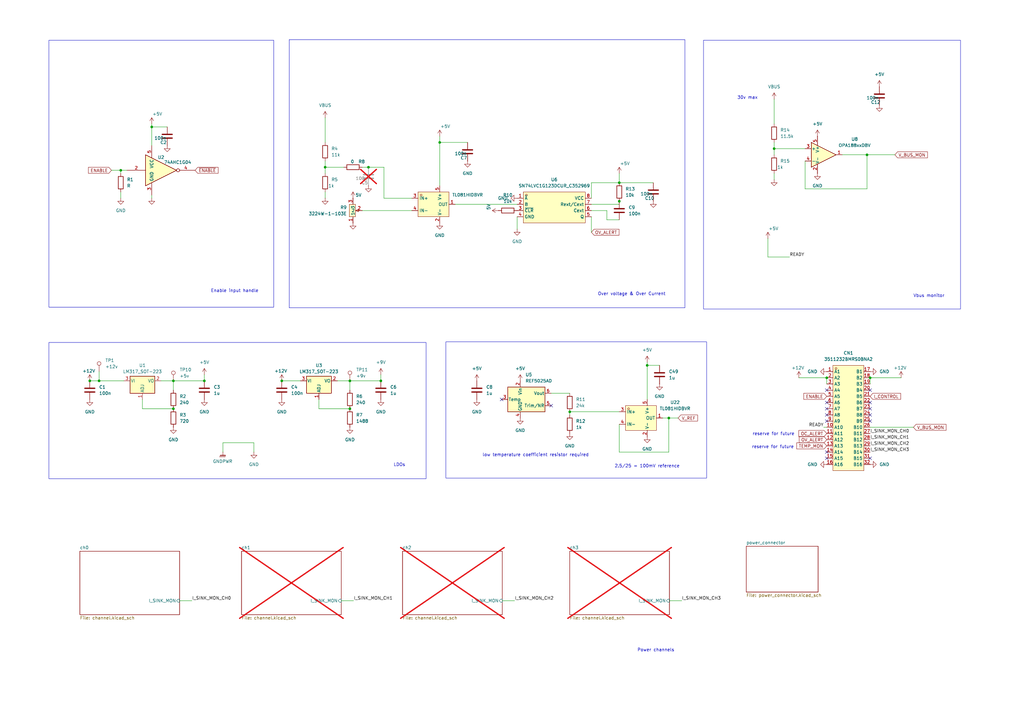
<source format=kicad_sch>
(kicad_sch (version 20250114) (generator "eeschema") (generator_version "9.0")
  (paper "A3")
  (lib_symbols
    (symbol "74xGxx:74AHC1G04"
      (property "Reference" "U" (at -2.54 3.81 0))
      (property "Value" "74AHC1G04" (at 0 -3.81 0))
      (symbol "74AHC1G04_0_1"
        (polyline (pts (xy -7.62 6.35) (xy -7.62 -6.35) (xy 5.08 0) (xy -7.62 6.35)) (stroke (width 0.254)) (fill (type background)))
      )
      (symbol "74AHC1G04_1_1"
        (pin input line (at -15.24 0 0) (length 7.62) (name "~") (number "2"))
        (pin no_connect line (at -7.62 2.54 0) (length 2.54) (hide yes) (name "NC") (number "1"))
        (pin power_in line (at -5.08 10.16 270) (length 5.08) (name "VCC") (number "5"))
        (pin power_in line (at -5.08 -10.16 90) (length 5.08) (name "GND") (number "3"))
        (pin output inverted (at 12.7 0 180) (length 7.62) (name "~") (number "4"))
      )
    )
    (symbol "Amplifier_Operational:OPA188xxDBV" (pin_names (offset 0.127))
      (property "Reference" "U" (at 0 5.08 0))
      (property "Value" "OPA188xxDBV" (at 0 -5.08 0))
      (symbol "OPA188xxDBV_0_1"
        (polyline (pts (xy -5.08 5.08) (xy 5.08 0) (xy -5.08 -5.08) (xy -5.08 5.08)) (stroke (width 0.254)) (fill (type background)))
        (pin power_in line (at -2.54 7.62 270) (length 3.81) (name "V+") (number "5"))
        (pin power_in line (at -2.54 -7.62 90) (length 3.81) (name "V-") (number "2"))
      )
      (symbol "OPA188xxDBV_1_1"
        (pin input line (at -7.62 2.54 0) (length 2.54) (name "+") (number "3"))
        (pin input line (at -7.62 -2.54 0) (length 2.54) (name "-") (number "4"))
        (pin output line (at 7.62 0 180) (length 2.54) (name "~") (number "1"))
      )
    )
    (symbol "Connector:TestPoint" (pin_numbers (hide yes)) (pin_names (offset 0.762) (hide yes))
      (property "Reference" "TP" (at 0 6.858 0))
      (property "Value" "TestPoint" (at 0 5.08 0))
      (symbol "TestPoint_0_1"
        (circle (center 0 3.302) (radius 0.762))
      )
      (symbol "TestPoint_1_1"
        (pin passive line (at 0 0 90) (length 2.54) (name "1") (number "1"))
      )
    )
    (symbol "Device:C" (pin_numbers (hide yes)) (pin_names (offset 0.254))
      (property "Reference" "C" (at 0.635 2.54 0))
      (property "Value" "C" (at 0.635 -2.54 0))
      (symbol "C_0_1"
        (polyline (pts (xy -2.032 0.762) (xy 2.032 0.762)) (stroke (width 0.508)))
        (polyline (pts (xy -2.032 -0.762) (xy 2.032 -0.762)) (stroke (width 0.508)))
      )
      (symbol "C_1_1"
        (pin passive line (at 0 3.81 270) (length 2.794) (name "~") (number "1"))
        (pin passive line (at 0 -3.81 90) (length 2.794) (name "~") (number "2"))
      )
    )
    (symbol "Device:R" (pin_numbers (hide yes)) (pin_names (offset 0))
      (property "Reference" "R" (at 2.032 0 90))
      (property "Value" "R" (at 0 0 90))
      (symbol "R_0_1"
        (rectangle (start -1.016 -2.54) (end 1.016 2.54) (stroke (width 0.254)))
      )
      (symbol "R_1_1"
        (pin passive line (at 0 3.81 270) (length 1.27) (name "~") (number "1"))
        (pin passive line (at 0 -3.81 90) (length 1.27) (name "~") (number "2"))
      )
    )
    (symbol "Reference_Voltage:REF5025AD" (pin_names (offset 0.254))
      (property "Reference" "U" (at -1.27 8.255 0))
      (property "Value" "REF5025AD" (at -1.27 6.35 0))
      (symbol "REF5025AD_0_1"
        (rectangle (start -7.62 5.08) (end 7.62 -5.08) (stroke (width 0.254)) (fill (type background)))
      )
      (symbol "REF5025AD_1_1"
        (pin passive line (at -10.16 0 0) (length 2.54) (name "Temp") (number "3"))
        (pin no_connect line (at -7.62 2.54 0) (length 2.54) (hide yes) (name "DNC") (number "1"))
        (pin no_connect line (at -5.08 -5.08 90) (length 2.54) (hide yes) (name "NC") (number "7"))
        (pin power_in line (at -2.54 7.62 270) (length 2.54) (name "Vin") (number "2"))
        (pin power_in line (at -2.54 -7.62 90) (length 2.54) (name "GND") (number "4"))
        (pin no_connect line (at 7.62 0 180) (length 2.54) (hide yes) (name "DNC") (number "8"))
        (pin power_out line (at 10.16 2.54 180) (length 2.54) (name "Vout") (number "6"))
        (pin passive line (at 10.16 -2.54 180) (length 2.54) (name "Trim/NR") (number "5"))
      )
    )
    (symbol "Regulator_Linear:LM317_SOT-223" (pin_names (offset 0.254))
      (property "Reference" "U" (at -3.81 3.175 0))
      (property "Value" "LM317_SOT-223" (at 0 3.175 0))
      (symbol "LM317_SOT-223_0_1"
        (rectangle (start -5.08 1.905) (end 5.08 -5.08) (stroke (width 0.254)) (fill (type background)))
      )
      (symbol "LM317_SOT-223_1_1"
        (pin power_in line (at -7.62 0 0) (length 2.54) (name "VI") (number "3"))
        (pin input line (at 0 -7.62 90) (length 2.54) (name "ADJ") (number "1"))
        (pin power_out line (at 7.62 0 180) (length 2.54) (name "VO") (number "2"))
      )
    )
    (symbol "TL081HIDBVR_1"
      (property "Reference" "U" (at 0 7.62 0))
      (property "Value" "TL081HIDBVR" (at 0 -7.62 0))
      (symbol "TL081HIDBVR_1_0_1"
        (rectangle (start -6.35 5.08) (end 6.35 -5.08) (fill (type background)))
        (circle (center -5.08 3.81) (radius 0.38))
        (pin unspecified line (at -8.89 2.54 0) (length 2.54) (name "IN+") (number "3"))
        (pin unspecified line (at -8.89 -2.54 0) (length 2.54) (name "IN-") (number "4"))
        (pin unspecified line (at 2.54 7.62 270) (length 2.54) (name "V+") (number "5"))
        (pin unspecified line (at 2.54 -7.62 90) (length 2.54) (name "V-") (number "2"))
        (pin unspecified line (at 8.89 0 180) (length 2.54) (name "OUT") (number "1"))
      )
    )
    (symbol "power:+5V" (power) (pin_numbers (hide yes)) (pin_names (offset 0) (hide yes))
      (property "Value" "+5V" (at 0 3.556 0))
      (symbol "+5V_0_1"
        (polyline (pts (xy -0.762 1.27) (xy 0 2.54)))
        (polyline (pts (xy 0 2.54) (xy 0.762 1.27)))
        (polyline (pts (xy 0 0) (xy 0 2.54)))
      )
      (symbol "+5V_1_1"
        (pin power_in line (at 0 0 90) (length 0) (name "~") (number "1"))
      )
    )
    (symbol "power:+9V" (power) (pin_numbers (hide yes)) (pin_names (offset 0) (hide yes))
      (property "Value" "+9V" (at 0 3.556 0))
      (symbol "+9V_0_1"
        (polyline (pts (xy -0.762 1.27) (xy 0 2.54)))
        (polyline (pts (xy 0 2.54) (xy 0.762 1.27)))
        (polyline (pts (xy 0 0) (xy 0 2.54)))
      )
      (symbol "+9V_1_1"
        (pin power_in line (at 0 0 90) (length 0) (name "~") (number "1"))
      )
    )
    (symbol "power:GND" (power) (pin_numbers (hide yes)) (pin_names (offset 0) (hide yes))
      (property "Value" "GND" (at 0 -3.81 0))
      (symbol "GND_0_1"
        (polyline (pts (xy 0 0) (xy 0 -1.27) (xy 1.27 -1.27) (xy 0 -2.54) (xy -1.27 -1.27) (xy 0 -1.27)))
      )
      (symbol "GND_1_1"
        (pin power_in line (at 0 0 270) (length 0) (name "~") (number "1"))
      )
    )
    (symbol "power:GNDPWR" (power) (pin_numbers (hide yes)) (pin_names (offset 0) (hide yes))
      (property "Value" "GNDPWR" (at 0 -3.302 0))
      (symbol "GNDPWR_0_1"
        (polyline (pts (xy -1.016 -1.27) (xy -1.27 -2.032) (xy -1.27 -2.032)) (stroke (width 0.2032)))
        (polyline (pts (xy -0.508 -1.27) (xy -0.762 -2.032) (xy -0.762 -2.032)) (stroke (width 0.2032)))
        (polyline (pts (xy 0 -1.27) (xy 0 0)))
        (polyline (pts (xy 0 -1.27) (xy -0.254 -2.032) (xy -0.254 -2.032)) (stroke (width 0.2032)))
        (polyline (pts (xy 0.508 -1.27) (xy 0.254 -2.032) (xy 0.254 -2.032)) (stroke (width 0.2032)))
        (polyline (pts (xy 1.016 -1.27) (xy -1.016 -1.27) (xy -1.016 -1.27)) (stroke (width 0.2032)))
        (polyline (pts (xy 1.016 -1.27) (xy 0.762 -2.032) (xy 0.762 -2.032) (xy 0.762 -2.032)) (stroke (width 0.2032)))
      )
      (symbol "GNDPWR_1_1"
        (pin power_in line (at 0 0 270) (length 0) (name "~") (number "1"))
      )
    )
    (symbol "power:VBUS" (power) (pin_numbers (hide yes)) (pin_names (offset 0) (hide yes))
      (property "Value" "VBUS" (at 0 3.556 0))
      (symbol "VBUS_0_1"
        (polyline (pts (xy -0.762 1.27) (xy 0 2.54)))
        (polyline (pts (xy 0 2.54) (xy 0.762 1.27)))
        (polyline (pts (xy 0 0) (xy 0 2.54)))
      )
      (symbol "VBUS_1_1"
        (pin power_in line (at 0 0 90) (length 0) (name "~") (number "1"))
      )
    )
    (symbol "programmable-load-library:3224W-1-103E"
      (property "Reference" "R" (at 0 10.16 0))
      (property "Value" "3224W-1-103E" (at 0 -10.16 0))
      (symbol "3224W-1-103E_0_1"
        (polyline (pts (xy -0.25 0) (xy -1.52 0)))
        (polyline (pts (xy 0.25 0) (xy -1.02 -0.51) (xy -1.02 0.51) (xy 0.25 0)) (fill (type background)))
        (polyline (pts (xy 0.25 -2.54) (xy 0.25 2.54) (xy 2.79 2.54) (xy 2.79 -2.54) (xy 0.25 -2.54)) (fill (type background)))
        (pin input line (at -2.54 0 0) (length 2.54) (name "2") (number "2"))
        (pin input line (at 1.27 5.08 270) (length 2.54) (name "1") (number "1"))
        (pin input line (at 1.27 -5.08 90) (length 2.54) (name "3") (number "3"))
      )
    )
    (symbol "programmable-load-library:3511232BMRS0BNA2"
      (property "Reference" "CN" (at 0 24.13 0))
      (property "Value" "3511232BMRS0BNA2" (at 0 -24.13 0))
      (symbol "3511232BMRS0BNA2_0_1"
        (rectangle (start -6.35 21.59) (end 6.35 -21.59) (fill (type background)))
        (circle (center -5.08 20.32) (radius 0.38))
        (pin unspecified line (at -8.89 19.05 0) (length 2.54) (name "A1") (number "1"))
        (pin unspecified line (at -8.89 16.51 0) (length 2.54) (name "A2") (number "2"))
        (pin unspecified line (at -8.89 13.97 0) (length 2.54) (name "A3") (number "3"))
        (pin unspecified line (at -8.89 11.43 0) (length 2.54) (name "A4") (number "4"))
        (pin unspecified line (at -8.89 8.89 0) (length 2.54) (name "A5") (number "5"))
        (pin unspecified line (at -8.89 6.35 0) (length 2.54) (name "A6") (number "6"))
        (pin unspecified line (at -8.89 3.81 0) (length 2.54) (name "A7") (number "7"))
        (pin unspecified line (at -8.89 1.27 0) (length 2.54) (name "A8") (number "8"))
        (pin unspecified line (at -8.89 -1.27 0) (length 2.54) (name "A9") (number "9"))
        (pin unspecified line (at -8.89 -3.81 0) (length 2.54) (name "A10") (number "10"))
        (pin unspecified line (at -8.89 -6.35 0) (length 2.54) (name "A11") (number "11"))
        (pin unspecified line (at -8.89 -8.89 0) (length 2.54) (name "A12") (number "12"))
        (pin unspecified line (at -8.89 -11.43 0) (length 2.54) (name "A13") (number "13"))
        (pin unspecified line (at -8.89 -13.97 0) (length 2.54) (name "A14") (number "14"))
        (pin unspecified line (at -8.89 -16.51 0) (length 2.54) (name "A15") (number "15"))
        (pin unspecified line (at -8.89 -19.05 0) (length 2.54) (name "A16") (number "16"))
        (pin unspecified line (at 8.89 19.05 180) (length 2.54) (name "B1") (number "17"))
        (pin unspecified line (at 8.89 16.51 180) (length 2.54) (name "B2") (number "18"))
        (pin unspecified line (at 8.89 13.97 180) (length 2.54) (name "B3") (number "19"))
        (pin unspecified line (at 8.89 11.43 180) (length 2.54) (name "B4") (number "20"))
        (pin unspecified line (at 8.89 8.89 180) (length 2.54) (name "B5") (number "21"))
        (pin unspecified line (at 8.89 6.35 180) (length 2.54) (name "B6") (number "22"))
        (pin unspecified line (at 8.89 3.81 180) (length 2.54) (name "B7") (number "23"))
        (pin unspecified line (at 8.89 1.27 180) (length 2.54) (name "B8") (number "24"))
        (pin unspecified line (at 8.89 -1.27 180) (length 2.54) (name "B9") (number "25"))
        (pin unspecified line (at 8.89 -3.81 180) (length 2.54) (name "B10") (number "26"))
        (pin unspecified line (at 8.89 -6.35 180) (length 2.54) (name "B11") (number "27"))
        (pin unspecified line (at 8.89 -8.89 180) (length 2.54) (name "B12") (number "28"))
        (pin unspecified line (at 8.89 -11.43 180) (length 2.54) (name "B13") (number "29"))
        (pin unspecified line (at 8.89 -13.97 180) (length 2.54) (name "B14") (number "30"))
        (pin unspecified line (at 8.89 -16.51 180) (length 2.54) (name "B15") (number "31"))
        (pin unspecified line (at 8.89 -19.05 180) (length 2.54) (name "B16") (number "32"))
      )
    )
    (symbol "programmable-load-library:SN74LVC1G123DCUR_C352969"
      (property "Reference" "U" (at 0 8.89 0))
      (property "Value" "SN74LVC1G123DCUR_C352969" (at 0 -8.89 0))
      (symbol "SN74LVC1G123DCUR_C352969_0_1"
        (rectangle (start -12.7 6.35) (end 12.7 -6.35) (fill (type background)))
        (circle (center -11.43 5.08) (radius 0.38))
        (pin unspecified line (at -15.24 3.81 0) (length 2.54) (name "~{A}") (number "1"))
        (pin unspecified line (at -15.24 1.27 0) (length 2.54) (name "B") (number "2"))
        (pin unspecified line (at -15.24 -1.27 0) (length 2.54) (name "~{CLR}") (number "3"))
        (pin unspecified line (at -15.24 -3.81 0) (length 2.54) (name "GND") (number "4"))
        (pin unspecified line (at 15.24 3.81 180) (length 2.54) (name "VCC") (number "8"))
        (pin unspecified line (at 15.24 1.27 180) (length 2.54) (name "Rext/Cext") (number "7"))
        (pin unspecified line (at 15.24 -1.27 180) (length 2.54) (name "Cext") (number "6"))
        (pin unspecified line (at 15.24 -3.81 180) (length 2.54) (name "Q") (number "5"))
      )
    )
    (symbol "programmable-load-library:TL081HIDBVR"
      (property "Reference" "U" (at 0 7.62 0))
      (property "Value" "TL081HIDBVR" (at 0 -7.62 0))
      (symbol "TL081HIDBVR_0_1"
        (rectangle (start -6.35 5.08) (end 6.35 -5.08) (fill (type background)))
        (circle (center -5.08 3.81) (radius 0.38))
        (pin unspecified line (at -8.89 2.54 0) (length 2.54) (name "IN+") (number "3"))
        (pin unspecified line (at -8.89 -2.54 0) (length 2.54) (name "IN-") (number "4"))
        (pin unspecified line (at 2.54 7.62 270) (length 2.54) (name "V+") (number "5"))
        (pin unspecified line (at 2.54 -7.62 90) (length 2.54) (name "V-") (number "2"))
        (pin unspecified line (at 8.89 0 180) (length 2.54) (name "OUT") (number "1"))
      )
    )
  )
  (rectangle (start 20.066 16.51) (end 112.268 125.984))
  (rectangle (start 182.88 140.208) (end 289.814 196.088))
  (rectangle (start 288.544 16.51) (end 393.954 126.746))
  (rectangle (start 118.618 16.256) (end 280.924 126.238))
  (rectangle (start 20.066 140.462) (end 174.752 196.342))
  (text "reserve for future" (at 316.992 183.388 0) (effects (font (size 1.27 1.27))))
  (text "reserve for future" (at 317.246 178.054 0) (effects (font (size 1.27 1.27))))
  (text "low temperature coefficient resistor required\n" (at 219.71 186.69 0) (effects (font (size 1.27 1.27))))
  (text "Enable input handle" (at 96.266 119.38 0) (effects (font (size 1.27 1.27))))
  (text "Over voltage & Over Current" (at 259.08 120.65 0) (effects (font (size 1.27 1.27))))
  (text "Power channels" (at 268.986 266.7 0) (effects (font (size 1.27 1.27))))
  (text "LDOs\n" (at 163.83 190.754 0) (effects (font (size 1.27 1.27))))
  (text "2.5/25 = 100mV reference" (at 265.43 191.262 0) (effects (font (size 1.27 1.27))))
  (text "Vbus monitor\n" (at 381 121.412 0) (effects (font (size 1.27 1.27))))
  (text "30v max\n" (at 306.578 40.132 0) (effects (font (size 1.27 1.27))))
  (junction (at 339.09 154.94))
  (junction (at 317.5 60.96))
  (junction (at 156.21 156.21))
  (junction (at 233.68 168.91))
  (junction (at 83.82 156.21))
  (junction (at 143.51 167.64))
  (junction (at 71.12 167.64))
  (junction (at 133.35 68.58))
  (junction (at 143.51 156.21))
  (junction (at 356.87 154.94))
  (junction (at 274.32 171.45))
  (junction (at 265.43 149.86))
  (junction (at 115.57 156.21))
  (junction (at 71.12 156.21))
  (junction (at 355.6 63.5))
  (junction (at 62.23 52.07))
  (junction (at 36.83 156.21))
  (junction (at 254 82.55))
  (junction (at 180.34 58.42))
  (junction (at 49.53 69.85))
  (junction (at 40.64 156.21))
  (junction (at 254 74.93))
  (junction (at 151.13 68.58))
  (no_connect (at 356.87 172.72))
  (no_connect (at 339.09 185.42))
  (no_connect (at 356.87 187.96))
  (no_connect (at 339.09 167.64))
  (no_connect (at 356.87 167.64))
  (no_connect (at 226.06 166.37))
  (no_connect (at 356.87 165.1))
  (no_connect (at 205.74 163.83))
  (no_connect (at 339.09 187.96))
  (no_connect (at 356.87 160.02))
  (no_connect (at 339.09 170.18))
  (no_connect (at 339.09 172.72))
  (no_connect (at 339.09 165.1))
  (no_connect (at 356.87 170.18))
  (no_connect (at 339.09 160.02))
  (wire (pts (xy 133.35 48.26) (xy 133.35 58.42)))
  (wire (pts (xy 212.09 93.98) (xy 212.09 88.9)))
  (wire (pts (xy 265.43 149.86) (xy 265.43 163.83)))
  (wire (pts (xy 205.994 246.38) (xy 211.074 246.38)))
  (wire (pts (xy 356.87 154.94) (xy 356.87 157.48)))
  (wire (pts (xy 248.92 90.17) (xy 254 90.17)))
  (wire (pts (xy 40.64 152.4) (xy 40.64 156.21)))
  (wire (pts (xy 157.48 68.58) (xy 151.13 68.58)))
  (wire (pts (xy 274.32 171.45) (xy 271.78 171.45)))
  (wire (pts (xy 180.34 58.42) (xy 191.77 58.42)))
  (wire (pts (xy 233.68 168.91) (xy 254 168.91)))
  (wire (pts (xy 71.12 160.02) (xy 71.12 156.21)))
  (wire (pts (xy 36.83 156.21) (xy 40.64 156.21)))
  (wire (pts (xy 317.5 40.64) (xy 317.5 50.8)))
  (wire (pts (xy 62.23 52.07) (xy 68.58 52.07)))
  (wire (pts (xy 62.23 52.07) (xy 62.23 50.8)))
  (wire (pts (xy 148.59 68.58) (xy 151.13 68.58)))
  (wire (pts (xy 83.82 153.67) (xy 83.82 156.21)))
  (wire (pts (xy 317.5 63.5) (xy 317.5 60.96)))
  (wire (pts (xy 337.82 175.26) (xy 339.09 175.26)))
  (wire (pts (xy 138.43 156.21) (xy 143.51 156.21)))
  (wire (pts (xy 45.72 69.85) (xy 49.53 69.85)))
  (wire (pts (xy 133.35 68.58) (xy 133.35 71.12)))
  (wire (pts (xy 242.57 86.36) (xy 248.92 86.36)))
  (wire (pts (xy 49.53 69.85) (xy 52.07 69.85)))
  (wire (pts (xy 130.81 167.64) (xy 143.51 167.64)))
  (wire (pts (xy 369.57 154.94) (xy 356.87 154.94)))
  (wire (pts (xy 274.574 246.38) (xy 279.654 246.38)))
  (wire (pts (xy 265.43 149.86) (xy 270.51 149.86)))
  (wire (pts (xy 62.23 80.01) (xy 62.23 81.28)))
  (wire (pts (xy 66.04 156.21) (xy 71.12 156.21)))
  (wire (pts (xy 91.44 181.61) (xy 91.44 185.42)))
  (wire (pts (xy 168.91 81.28) (xy 157.48 81.28)))
  (wire (pts (xy 254 82.55) (xy 254 83.82)))
  (wire (pts (xy 274.32 185.42) (xy 274.32 171.45)))
  (wire (pts (xy 314.96 105.41) (xy 323.85 105.41)))
  (wire (pts (xy 143.51 156.21) (xy 156.21 156.21)))
  (wire (pts (xy 254 74.93) (xy 267.97 74.93)))
  (wire (pts (xy 130.81 163.83) (xy 130.81 167.64)))
  (wire (pts (xy 242.57 95.25) (xy 242.57 88.9)))
  (wire (pts (xy 355.6 77.47) (xy 355.6 63.5)))
  (wire (pts (xy 254 173.99) (xy 254 185.42)))
  (wire (pts (xy 254 74.93) (xy 242.57 74.93)))
  (wire (pts (xy 242.57 83.82) (xy 254 83.82)))
  (wire (pts (xy 265.43 148.59) (xy 265.43 149.86)))
  (wire (pts (xy 355.6 63.5) (xy 345.44 63.5)))
  (wire (pts (xy 374.65 175.26) (xy 356.87 175.26)))
  (wire (pts (xy 327.66 154.94) (xy 339.09 154.94)))
  (wire (pts (xy 104.14 181.61) (xy 104.14 185.42)))
  (wire (pts (xy 156.21 153.67) (xy 156.21 156.21)))
  (wire (pts (xy 73.66 246.38) (xy 78.74 246.38)))
  (wire (pts (xy 339.09 154.94) (xy 339.09 157.48)))
  (wire (pts (xy 317.5 73.66) (xy 317.5 71.12)))
  (wire (pts (xy 317.5 58.42) (xy 317.5 60.96)))
  (wire (pts (xy 71.12 156.21) (xy 83.82 156.21)))
  (wire (pts (xy 49.53 71.12) (xy 49.53 69.85)))
  (wire (pts (xy 180.34 58.42) (xy 180.34 76.2)))
  (wire (pts (xy 242.57 81.28) (xy 242.57 74.93)))
  (wire (pts (xy 133.35 68.58) (xy 140.97 68.58)))
  (wire (pts (xy 115.57 156.21) (xy 123.19 156.21)))
  (wire (pts (xy 355.6 63.5) (xy 367.03 63.5)))
  (wire (pts (xy 143.51 160.02) (xy 143.51 156.21)))
  (wire (pts (xy 58.42 163.83) (xy 58.42 167.64)))
  (wire (pts (xy 133.35 81.28) (xy 133.35 78.74)))
  (wire (pts (xy 91.44 181.61) (xy 104.14 181.61)))
  (wire (pts (xy 233.68 170.18) (xy 233.68 168.91)))
  (wire (pts (xy 330.2 66.04) (xy 330.2 77.47)))
  (wire (pts (xy 226.06 161.29) (xy 233.68 161.29)))
  (wire (pts (xy 314.96 105.41) (xy 314.96 97.79)))
  (wire (pts (xy 58.42 167.64) (xy 71.12 167.64)))
  (wire (pts (xy 148.59 86.36) (xy 168.91 86.36)))
  (wire (pts (xy 49.53 81.28) (xy 49.53 78.74)))
  (wire (pts (xy 330.2 77.47) (xy 355.6 77.47)))
  (wire (pts (xy 254 185.42) (xy 274.32 185.42)))
  (wire (pts (xy 62.23 59.69) (xy 62.23 52.07)))
  (wire (pts (xy 139.954 246.38) (xy 145.034 246.38)))
  (wire (pts (xy 133.35 66.04) (xy 133.35 68.58)))
  (wire (pts (xy 186.69 83.82) (xy 212.09 83.82)))
  (wire (pts (xy 180.34 58.42) (xy 180.34 55.88)))
  (wire (pts (xy 248.92 86.36) (xy 248.92 90.17)))
  (wire (pts (xy 317.5 60.96) (xy 330.2 60.96)))
  (wire (pts (xy 274.32 171.45) (xy 278.13 171.45)))
  (wire (pts (xy 40.64 156.21) (xy 50.8 156.21)))
  (wire (pts (xy 254 71.12) (xy 254 74.93)))
  (wire (pts (xy 157.48 81.28) (xy 157.48 68.58)))
  (label "I_SINK_MON_CH2" (at 356.87 182.88 0))
  (label "I_SINK_MON_CH2" (at 211.074 246.38 0))
  (label "I_SINK_MON_CH0" (at 78.74 246.38 0))
  (label "I_SINK_MON_CH0" (at 356.87 177.8 0))
  (label "READY" (at 337.82 175.26 180))
  (label "I_SINK_MON_CH1" (at 145.034 246.38 0))
  (label "I_SINK_MON_CH3" (at 356.87 185.42 0))
  (label "READY" (at 323.85 105.41 0))
  (label "I_SINK_MON_CH1" (at 356.87 180.34 0))
  (label "I_SINK_MON_CH3" (at 279.654 246.38 0))
  (global_label "ENABLE" (shape input) (at 339.09 162.56 180) (property "Intersheetrefs" "${INTERSHEET_REFS}" (effects (hide yes))))
  (global_label "~{ENABLE}" (shape input) (at 80.01 69.85 0) (property "Intersheetrefs" "${INTERSHEET_REFS}" (effects (hide yes))))
  (global_label "V_BUS_MON" (shape input) (at 374.65 175.26 0) (property "Intersheetrefs" "${INTERSHEET_REFS}" (effects (hide yes))))
  (global_label "OV_ALERT" (shape input) (at 242.57 95.25 0) (property "Intersheetrefs" "${INTERSHEET_REFS}" (effects (hide yes))))
  (global_label "V_REF" (shape input) (at 278.13 171.45 0) (property "Intersheetrefs" "${INTERSHEET_REFS}" (effects (hide yes))))
  (global_label "V_BUS_MON" (shape input) (at 367.03 63.5 0) (property "Intersheetrefs" "${INTERSHEET_REFS}" (effects (hide yes))))
  (global_label "ENABLE" (shape input) (at 45.72 69.85 180) (property "Intersheetrefs" "${INTERSHEET_REFS}" (effects (hide yes))))
  (global_label "TEMP_MON" (shape input) (at 339.09 182.88 180) (property "Intersheetrefs" "${INTERSHEET_REFS}" (effects (hide yes))))
  (global_label "I_CONTROL" (shape input) (at 356.87 162.56 0) (property "Intersheetrefs" "${INTERSHEET_REFS}" (effects (hide yes))))
  (global_label "OC_ALERT" (shape input) (at 339.09 177.8 180) (property "Intersheetrefs" "${INTERSHEET_REFS}" (effects (hide yes))))
  (global_label "OV_ALERT" (shape input) (at 339.09 180.34 180) (property "Intersheetrefs" "${INTERSHEET_REFS}" (effects (hide yes))))
  (symbol (lib_id "power:GND") (at 213.36 171.45 0) (unit 1)
    (property "Reference" "#PWR031" (effects (hide yes)))
    (property "Value" "GND" (at 213.36 176.53 0))
    (property "Description" "Power symbol creates a global label with name \"GND\" , ground" (effects (hide yes)))
  )
  (symbol (lib_id "power:GND") (at 270.51 157.48 0) (unit 1)
    (property "Reference" "#PWR0106" (effects (hide yes)))
    (property "Value" "GND" (at 270.51 162.56 0))
    (property "Description" "Power symbol creates a global label with name \"GND\" , ground" (effects (hide yes)))
  )
  (symbol (lib_id "Device:C") (at 115.57 160.02 0) (unit 1)
    (property "Reference" "C4" (at 119.38 158.7499 0) (effects (justify left)))
    (property "Value" "100n" (at 119.38 161.2899 0) (effects (justify left)))
    (property "Footprint" "Capacitor_SMD:C_0603_1608Metric" (effects (hide yes)))
    (property "Description" "Unpolarized capacitor" (effects (hide yes)))
  )
  (symbol (lib_id "power:+5V") (at 83.82 153.67 0) (unit 1)
    (property "Reference" "#PWR08" (effects (hide yes)))
    (property "Value" "+5V" (at 83.82 148.59 0))
    (property "Description" "Power symbol creates a global label with name \"+5V\"" (effects (hide yes)))
  )
  (symbol (lib_id "power:GNDPWR") (at 91.44 185.42 0) (unit 1)
    (property "Reference" "#PWR010" (effects (hide yes)))
    (property "Value" "GNDPWR" (at 91.313 189.23 0))
    (property "Description" "Power symbol creates a global label with name \"GNDPWR\" , global ground" (effects (hide yes)))
  )
  (symbol (lib_id "power:VBUS") (at 144.78 81.28 0) (unit 1)
    (property "Reference" "#PWR017" (effects (hide yes)))
    (property "Value" "5V" (at 145.796 80.01 0) (effects (justify left)))
    (property "Description" "Power symbol creates a global label with name \"VBUS\"" (effects (hide yes)))
  )
  (symbol (lib_id "74xGxx:74AHC1G04") (at 67.31 69.85 0) (unit 1)
    (property "Reference" "U2" (at 66.04 64.516 0))
    (property "Value" "74AHC1G04" (at 72.898 66.548 0))
    (property "Footprint" "Package_TO_SOT_SMD:SOT-23-5" (effects (hide yes)))
    (property "Datasheet" "http://www.ti.com/lit/sg/scyt129e/scyt129e.pdf" (effects (hide yes)))
    (property "Description" "Single NOT Gate, Low-Voltage CMOS" (effects (hide yes)))
  )
  (symbol (lib_id "power:+5V") (at 335.28 55.88 0) (unit 1)
    (property "Reference" "#PWR041" (effects (hide yes)))
    (property "Value" "+5V" (at 335.28 50.8 0))
    (property "Description" "Power symbol creates a global label with name \"+5V\"" (effects (hide yes)))
  )
  (symbol (lib_id "programmable-load-library:3224W-1-103E") (at 146.05 86.36 180) (unit 1)
    (property "Reference" "R9" (at 142.24 85.0899 0) (effects (justify left)))
    (property "Value" "3224W-1-103E" (at 142.24 87.6299 0) (effects (justify left)))
    (property "Footprint" "programmable-load-library:RES-ADJ-SMD_3224W" (effects (hide yes)))
    (property "Datasheet" "https://lcsc.com/product-detail/Variable-Resistors_BOURNS_3224W-1-103E_10KR_C81348.html" (effects (hide yes)))
    (property "LCSC Part" "C81348" (effects (hide yes)))
  )
  (symbol (lib_id "Connector:TestPoint") (at 71.12 156.21 0) (unit 1)
    (property "Reference" "TP10" (at 73.66 151.6379 0) (effects (justify left)))
    (property "Value" "+5v" (at 73.66 154.1779 0) (effects (justify left)))
    (property "Footprint" "TestPoint:TestPoint_Keystone_5015_Micro_Mini" (effects (hide yes)))
    (property "Description" "test point" (effects (hide yes)))
  )
  (symbol (lib_id "Device:C") (at 36.83 160.02 0) (unit 1)
    (property "Reference" "C1" (at 40.64 158.7499 0) (effects (justify left)))
    (property "Value" "100n" (at 40.64 161.2899 0) (effects (justify left)))
    (property "Footprint" "Capacitor_SMD:C_0603_1608Metric" (effects (hide yes)))
    (property "Description" "Unpolarized capacitor" (effects (hide yes)))
  )
  (symbol (lib_id "power:GND") (at 151.13 76.2 0) (unit 1)
    (property "Reference" "#PWR019" (effects (hide yes)))
    (property "Value" "GND" (effects (hide yes)))
    (property "Description" "Power symbol creates a global label with name \"GND\" , ground" (effects (hide yes)))
  )
  (symbol (lib_id "Regulator_Linear:LM317_SOT-223") (at 130.81 156.21 0) (unit 1)
    (property "Reference" "U3" (at 130.81 149.86 0))
    (property "Value" "LM317_SOT-223" (at 130.81 152.4 0))
    (property "Footprint" "Package_TO_SOT_SMD:SOT-89-3" (effects (hide yes)))
    (property "Datasheet" "http://www.ti.com/lit/ds/symlink/lm317.pdf" (effects (hide yes)))
    (property "Description" "1.5A 35V Adjustable Linear Regulator, SOT-223" (effects (hide yes)))
  )
  (symbol (lib_id "Reference_Voltage:REF5025AD") (at 215.9 163.83 0) (unit 1)
    (property "Reference" "U5" (at 215.5033 153.67 0) (effects (justify left)))
    (property "Value" "REF5025AD" (at 215.5033 156.21 0) (effects (justify left)))
    (property "Footprint" "Package_SO:SOIC-8_3.9x4.9mm_P1.27mm" (effects (hide yes)))
    (property "Datasheet" "http://www.ti.com/lit/ds/symlink/ref5030.pdf" (effects (hide yes)))
    (property "Description" "2.5V 0.1% 10mA Low Noise Precision Voltage Reference, SO-8" (effects (hide yes)))
  )
  (symbol (lib_id "Device:R") (at 233.68 173.99 0) (unit 1)
    (property "Reference" "R12" (at 236.22 172.7199 0) (effects (justify left)))
    (property "Value" "1k" (at 236.22 175.2599 0) (effects (justify left)))
    (property "Footprint" "Resistor_SMD:R_0603_1608Metric" (effects (hide yes)))
    (property "Description" "Resistor" (effects (hide yes)))
  )
  (symbol (lib_id "Device:R") (at 133.35 74.93 180) (unit 1)
    (property "Reference" "R5" (at 135.89 73.6599 0) (effects (justify right)))
    (property "Value" "1k" (at 134.62 76.2 0) (effects (justify right)))
    (property "Footprint" "Resistor_SMD:R_0603_1608Metric" (effects (hide yes)))
    (property "Description" "Resistor" (effects (hide yes)))
  )
  (symbol (lib_id "power:GND") (at 115.57 163.83 0) (unit 1)
    (property "Reference" "#PWR013" (effects (hide yes)))
    (property "Value" "GND" (at 115.57 168.91 0))
    (property "Description" "Power symbol creates a global label with name \"GND\" , ground" (effects (hide yes)))
  )
  (symbol (lib_id "power:GND") (at 212.09 81.28 270) (unit 1)
    (property "Reference" "#PWR028" (effects (hide yes)))
    (property "Value" "GND" (at 208.28 81.2799 90) (effects (justify right)))
    (property "Description" "Power symbol creates a global label with name \"GND\" , ground" (effects (hide yes)))
  )
  (symbol (lib_id "power:GND") (at 133.35 81.28 0) (unit 1)
    (property "Reference" "#PWR015" (effects (hide yes)))
    (property "Value" "GND" (effects (hide yes)))
    (property "Description" "Power symbol creates a global label with name \"GND\" , ground" (effects (hide yes)))
  )
  (symbol (lib_id "Device:R") (at 133.35 62.23 0) (unit 1)
    (property "Reference" "R4" (at 135.89 60.9599 0) (effects (justify left)))
    (property "Value" "11k" (at 135.89 63.4999 0) (effects (justify left)))
    (property "Footprint" "Resistor_SMD:R_0603_1608Metric" (effects (hide yes)))
    (property "Description" "Resistor" (effects (hide yes)))
  )
  (symbol (lib_id "Amplifier_Operational:OPA188xxDBV") (at 337.82 63.5 0) (unit 1)
    (property "Reference" "U8" (at 350.52 57.0798 0))
    (property "Value" "OPA188xxDBV" (at 350.52 59.6198 0))
    (property "Footprint" "Package_TO_SOT_SMD:TSOT-23-5" (effects (hide yes)))
    (property "Datasheet" "http://www.ti.com/lit/ds/symlink/opa188.pdf" (effects (hide yes)))
    (property "Description" "Zero-Drift, Precision, Low-Noise, Rail-to-Rail Output, 36-V Operational Amplifier, TSOT-23-5" (effects (hide yes)))
  )
  (symbol (lib_id "Device:C") (at 191.77 62.23 180) (unit 1)
    (property "Reference" "C7" (at 190.246 64.77 0))
    (property "Value" "100n" (at 188.976 62.992 0))
    (property "Footprint" "Capacitor_SMD:C_0603_1608Metric" (effects (hide yes)))
    (property "Description" "Unpolarized capacitor" (effects (hide yes)))
  )
  (symbol (lib_id "power:GND") (at 83.82 163.83 0) (unit 1)
    (property "Reference" "#PWR09" (effects (hide yes)))
    (property "Value" "GND" (at 83.82 168.91 0))
    (property "Description" "Power symbol creates a global label with name \"GND\" , ground" (effects (hide yes)))
  )
  (symbol (lib_id "power:+5V") (at 195.58 156.21 0) (unit 1)
    (property "Reference" "#PWR025" (effects (hide yes)))
    (property "Value" "+5V" (at 195.58 151.13 0))
    (property "Description" "Power symbol creates a global label with name \"+5V\"" (effects (hide yes)))
  )
  (symbol (lib_id "power:+9V") (at 156.21 153.67 0) (unit 1)
    (property "Reference" "#PWR020" (effects (hide yes)))
    (property "Value" "+9V" (at 156.21 148.59 0))
    (property "Description" "Power symbol creates a global label with name \"+9V\"" (effects (hide yes)))
  )
  (symbol (lib_id "Device:C") (at 267.97 78.74 180) (unit 1)
    (property "Reference" "C10" (at 266.446 81.28 0))
    (property "Value" "100n" (at 265.176 79.502 0))
    (property "Footprint" "Capacitor_SMD:C_0603_1608Metric" (effects (hide yes)))
    (property "Description" "Unpolarized capacitor" (effects (hide yes)))
  )
  (symbol (lib_id "Device:R") (at 71.12 163.83 0) (unit 1)
    (property "Reference" "R2" (at 73.66 162.5599 0) (effects (justify left)))
    (property "Value" "240" (at 73.66 165.0999 0) (effects (justify left)))
    (property "Footprint" "Resistor_SMD:R_0603_1608Metric" (effects (hide yes)))
    (property "Description" "Resistor" (effects (hide yes)))
  )
  (symbol (lib_id "Device:R") (at 208.28 86.36 90) (unit 1)
    (property "Reference" "R10" (at 208.28 80.01 90))
    (property "Value" "10k" (at 208.28 82.55 90))
    (property "Footprint" "Resistor_SMD:R_0603_1608Metric" (effects (hide yes)))
    (property "Description" "Resistor" (effects (hide yes)))
  )
  (symbol (lib_id "power:GND") (at 233.68 177.8 0) (unit 1)
    (property "Reference" "#PWR032" (effects (hide yes)))
    (property "Value" "GND" (at 233.68 182.88 0))
    (property "Description" "Power symbol creates a global label with name \"GND\" , ground" (effects (hide yes)))
  )
  (symbol (lib_id "Device:R") (at 317.5 67.31 180) (unit 1)
    (property "Reference" "R15" (at 320.04 66.0399 0) (effects (justify right)))
    (property "Value" "1k" (at 318.77 68.58 0) (effects (justify right)))
    (property "Footprint" "Resistor_SMD:R_0603_1608Metric" (effects (hide yes)))
    (property "Description" "Resistor" (effects (hide yes)))
  )
  (symbol (lib_id "power:GND") (at 339.09 152.4 270) (unit 1)
    (property "Reference" "#PWR034" (effects (hide yes)))
    (property "Value" "GND" (at 335.28 152.3999 90) (effects (justify right)))
    (property "Description" "Power symbol creates a global label with name \"GND\" , ground" (effects (hide yes)))
  )
  (symbol (lib_id "programmable-load-library:SN74LVC1G123DCUR_C352969") (at 227.33 85.09 0) (unit 1)
    (property "Reference" "U6" (at 227.33 73.66 0))
    (property "Value" "SN74LVC1G123DCUR_C352969" (at 227.33 76.2 0))
    (property "Footprint" "programmable-load-library:VSSOP-8_L2.3-W2.0-P0.50-LS3.1-BL" (effects (hide yes)))
    (property "Datasheet" "https://lcsc.com/product-detail/74-Series_Texas-Instruments-TI-SN74LVC1G123DCUR_C352969.html" (effects (hide yes)))
    (property "LCSC Part" "C352969" (effects (hide yes)))
  )
  (symbol (lib_id "Device:C") (at 254 86.36 0) (unit 1)
    (property "Reference" "C9" (at 257.81 85.0899 0) (effects (justify left)))
    (property "Value" "100n" (at 257.81 87.6299 0) (effects (justify left)))
    (property "Footprint" "Capacitor_SMD:C_0603_1608Metric" (effects (hide yes)))
    (property "Description" "Unpolarized capacitor" (effects (hide yes)))
  )
  (symbol (lib_id "Device:C") (at 68.58 55.88 180) (unit 1)
    (property "Reference" "C2" (at 67.056 58.42 0))
    (property "Value" "100n" (at 65.786 56.642 0))
    (property "Footprint" "Capacitor_SMD:C_0603_1608Metric" (effects (hide yes)))
    (property "Description" "Unpolarized capacitor" (effects (hide yes)))
  )
  (symbol (lib_id "Device:R") (at 143.51 163.83 0) (unit 1)
    (property "Reference" "R6" (at 146.05 162.5599 0) (effects (justify left)))
    (property "Value" "240" (at 146.05 165.0999 0) (effects (justify left)))
    (property "Footprint" "Resistor_SMD:R_0603_1608Metric" (effects (hide yes)))
    (property "Description" "Resistor" (effects (hide yes)))
  )
  (symbol (lib_name "TL081HIDBVR_1") (lib_id "programmable-load-library:TL081HIDBVR") (at 177.8 83.82 0) (unit 1)
    (property "Reference" "U7" (effects (hide yes)))
    (property "Value" "TL081HIDBVR" (at 191.77 79.9398 0))
    (property "Footprint" "programmable-load-library:SOT-23-5_L2.9-W1.6-P0.95-LS2.8-TL" (effects (hide yes)))
    (property "LCSC Part" "C2937165" (effects (hide yes)))
  )
  (symbol (lib_id "power:GND") (at 356.87 190.5 90) (unit 1)
    (property "Reference" "#PWR0108" (effects (hide yes)))
    (property "Value" "GND" (at 360.68 190.4999 90) (effects (justify right)))
    (property "Description" "Power symbol creates a global label with name \"GND\" , ground" (effects (hide yes)))
  )
  (symbol (lib_id "Device:C") (at 156.21 160.02 0) (unit 1)
    (property "Reference" "C6" (at 160.02 158.7499 0) (effects (justify left)))
    (property "Value" "1u" (at 160.02 161.2899 0) (effects (justify left)))
    (property "Footprint" "Capacitor_SMD:C_0603_1608Metric" (effects (hide yes)))
    (property "Description" "Unpolarized capacitor" (effects (hide yes)))
  )
  (symbol (lib_id "power:GND") (at 156.21 163.83 0) (unit 1)
    (property "Reference" "#PWR021" (effects (hide yes)))
    (property "Value" "GND" (at 156.21 168.91 0))
    (property "Description" "Power symbol creates a global label with name \"GND\" , ground" (effects (hide yes)))
  )
  (symbol (lib_id "power:GND") (at 143.51 175.26 0) (unit 1)
    (property "Reference" "#PWR016" (effects (hide yes)))
    (property "Value" "GND" (at 143.51 180.34 0))
    (property "Description" "Power symbol creates a global label with name \"GND\" , ground" (effects (hide yes)))
  )
  (symbol (lib_id "power:GND") (at 68.58 59.69 0) (unit 1)
    (property "Reference" "#PWR06" (effects (hide yes)))
    (property "Value" "GND" (effects (hide yes)))
    (property "Description" "Power symbol creates a global label with name \"GND\" , ground" (effects (hide yes)))
  )
  (symbol (lib_id "power:GND") (at 339.09 190.5 270) (unit 1)
    (property "Reference" "#PWR0107" (effects (hide yes)))
    (property "Value" "GND" (at 335.28 190.4999 90) (effects (justify right)))
    (property "Description" "Power symbol creates a global label with name \"GND\" , ground" (effects (hide yes)))
  )
  (symbol (lib_id "power:GND") (at 212.09 93.98 0) (unit 1)
    (property "Reference" "#PWR029" (effects (hide yes)))
    (property "Value" "GND" (at 212.09 99.06 0))
    (property "Description" "Power symbol creates a global label with name \"GND\" , ground" (effects (hide yes)))
  )
  (symbol (lib_id "programmable-load-library:3511232BMRS0BNA2") (at 347.98 171.45 0) (unit 1)
    (property "Reference" "CN1" (at 347.98 144.78 0))
    (property "Value" "3511232BMRS0BNA2" (at 347.98 147.32 0))
    (property "Footprint" "programmable-load-library:CONN-TH_3511232BMRS0BNA2" (effects (hide yes)))
    (property "LCSC Part" "C963694" (effects (hide yes)))
  )
  (symbol (lib_id "power:GND") (at 267.97 82.55 0) (unit 1)
    (property "Reference" "#PWR036" (effects (hide yes)))
    (property "Value" "GND" (effects (hide yes)))
    (property "Description" "Power symbol creates a global label with name \"GND\" , ground" (effects (hide yes)))
  )
  (symbol (lib_id "power:GND") (at 335.28 71.12 0) (unit 1)
    (property "Reference" "#PWR042" (effects (hide yes)))
    (property "Value" "GND" (at 335.28 76.2 0))
    (property "Description" "Power symbol creates a global label with name \"GND\" , ground" (effects (hide yes)))
  )
  (symbol (lib_id "power:GND") (at 191.77 66.04 0) (unit 1)
    (property "Reference" "#PWR024" (effects (hide yes)))
    (property "Value" "GND" (at 191.77 71.12 0))
    (property "Description" "Power symbol creates a global label with name \"GND\" , ground" (effects (hide yes)))
  )
  (symbol (lib_id "Device:R") (at 49.53 74.93 0) (unit 1)
    (property "Reference" "R1" (at 52.07 73.6599 0) (effects (justify left)))
    (property "Value" "R" (at 52.07 76.1999 0) (effects (justify left)))
    (property "Footprint" "Resistor_SMD:R_0603_1608Metric" (effects (hide yes)))
    (property "Description" "Resistor" (effects (hide yes)))
  )
  (symbol (lib_id "power:VBUS") (at 369.57 154.94 0) (unit 1)
    (property "Reference" "#PWR0110" (effects (hide yes)))
    (property "Value" "+12V" (at 366.522 150.876 0) (effects (justify left)))
    (property "Description" "Power symbol creates a global label with name \"VBUS\"" (effects (hide yes)))
  )
  (symbol (lib_id "programmable-load-library:TL081HIDBVR") (at 262.89 171.45 0) (unit 1)
    (property "Reference" "U22" (at 276.86 165.0298 0))
    (property "Value" "TL081HIDBVR" (at 276.86 167.5698 0))
    (property "Footprint" "programmable-load-library:SOT-23-5_L2.9-W1.6-P0.95-LS2.8-TL" (effects (hide yes)))
    (property "LCSC Part" "C2937165" (effects (hide yes)))
  )
  (symbol (lib_id "Device:R") (at 317.5 54.61 0) (unit 1)
    (property "Reference" "R14" (at 320.04 53.3399 0) (effects (justify left)))
    (property "Value" "11.5k" (at 320.04 55.8799 0) (effects (justify left)))
    (property "Footprint" "Resistor_SMD:R_0603_1608Metric" (effects (hide yes)))
    (property "Description" "Resistor" (effects (hide yes)))
  )
  (symbol (lib_id "power:GND") (at 62.23 81.28 0) (unit 1)
    (property "Reference" "#PWR05" (effects (hide yes)))
    (property "Value" "GND" (effects (hide yes)))
    (property "Description" "Power symbol creates a global label with name \"GND\" , ground" (effects (hide yes)))
  )
  (symbol (lib_id "Connector:TestPoint") (at 40.64 152.4 0) (unit 1)
    (property "Reference" "TP1" (at 43.18 147.8279 0) (effects (justify left)))
    (property "Value" "+12v" (at 43.18 150.3679 0) (effects (justify left)))
    (property "Footprint" "TestPoint:TestPoint_Keystone_5015_Micro_Mini" (effects (hide yes)))
    (property "Description" "test point" (effects (hide yes)))
  )
  (symbol (lib_id "power:GND") (at 71.12 175.26 0) (unit 1)
    (property "Reference" "#PWR07" (effects (hide yes)))
    (property "Value" "GND" (at 71.12 180.34 0))
    (property "Description" "Power symbol creates a global label with name \"GND\" , ground" (effects (hide yes)))
  )
  (symbol (lib_id "power:GND") (at 360.68 43.18 0) (unit 1)
    (property "Reference" "#PWR044" (effects (hide yes)))
    (property "Value" "GND" (effects (hide yes)))
    (property "Description" "Power symbol creates a global label with name \"GND\" , ground" (effects (hide yes)))
  )
  (symbol (lib_id "power:VBUS") (at 115.57 156.21 0) (unit 1)
    (property "Reference" "#PWR012" (effects (hide yes)))
    (property "Value" "+12V" (at 112.522 152.146 0) (effects (justify left)))
    (property "Description" "Power symbol creates a global label with name \"VBUS\"" (effects (hide yes)))
  )
  (symbol (lib_id "power:GND") (at 356.87 152.4 90) (unit 1)
    (property "Reference" "#PWR037" (effects (hide yes)))
    (property "Value" "GND" (at 360.68 152.3999 90) (effects (justify right)))
    (property "Description" "Power symbol creates a global label with name \"GND\" , ground" (effects (hide yes)))
  )
  (symbol (lib_id "Device:C") (at 83.82 160.02 0) (unit 1)
    (property "Reference" "C3" (at 87.63 158.7499 0) (effects (justify left)))
    (property "Value" "1u" (at 87.63 161.2899 0) (effects (justify left)))
    (property "Footprint" "Capacitor_SMD:C_0603_1608Metric" (effects (hide yes)))
    (property "Description" "Unpolarized capacitor" (effects (hide yes)))
  )
  (symbol (lib_id "Device:R") (at 143.51 171.45 0) (unit 1)
    (property "Reference" "R7" (at 146.05 170.1799 0) (effects (justify left)))
    (property "Value" "1488" (at 146.05 172.7199 0) (effects (justify left)))
    (property "Footprint" "Resistor_SMD:R_0603_1608Metric" (effects (hide yes)))
    (property "Description" "Resistor" (effects (hide yes)))
  )
  (symbol (lib_id "Device:R") (at 254 78.74 180) (unit 1)
    (property "Reference" "R13" (at 256.54 77.4699 0) (effects (justify right)))
    (property "Value" "10k" (at 256.54 80.0099 0) (effects (justify right)))
    (property "Footprint" "Resistor_SMD:R_0603_1608Metric" (effects (hide yes)))
    (property "Description" "Resistor" (effects (hide yes)))
  )
  (symbol (lib_id "Device:R") (at 144.78 68.58 90) (unit 1)
    (property "Reference" "R8" (at 148.336 66.294 90))
    (property "Value" "0" (at 144.526 66.294 90))
    (property "Footprint" "Resistor_SMD:R_0603_1608Metric" (effects (hide yes)))
    (property "Description" "Resistor" (effects (hide yes)))
  )
  (symbol (lib_id "Device:R") (at 233.68 165.1 0) (unit 1)
    (property "Reference" "R11" (at 236.22 163.8299 0) (effects (justify left)))
    (property "Value" "24k" (at 236.22 166.3699 0) (effects (justify left)))
    (property "Footprint" "Resistor_SMD:R_0603_1608Metric" (effects (hide yes)))
    (property "Description" "Resistor" (effects (hide yes)))
  )
  (symbol (lib_id "power:VBUS") (at 317.5 40.64 0) (unit 1)
    (property "Reference" "#PWR039" (effects (hide yes)))
    (property "Value" "VBUS" (at 317.5 35.56 0))
    (property "Description" "Power symbol creates a global label with name \"VBUS\"" (effects (hide yes)))
  )
  (symbol (lib_id "power:VBUS") (at 133.35 48.26 0) (unit 1)
    (property "Reference" "#PWR014" (effects (hide yes)))
    (property "Value" "VBUS" (at 133.35 43.18 0))
    (property "Description" "Power symbol creates a global label with name \"VBUS\"" (effects (hide yes)))
  )
  (symbol (lib_id "power:+5V") (at 360.68 35.56 0) (unit 1)
    (property "Reference" "#PWR043" (effects (hide yes)))
    (property "Value" "+5V" (at 360.68 30.48 0))
    (property "Description" "Power symbol creates a global label with name \"+5V\"" (effects (hide yes)))
  )
  (symbol (lib_id "power:GND") (at 195.58 163.83 0) (unit 1)
    (property "Reference" "#PWR026" (effects (hide yes)))
    (property "Value" "GND" (at 195.58 168.91 0))
    (property "Description" "Power symbol creates a global label with name \"GND\" , ground" (effects (hide yes)))
  )
  (symbol (lib_id "power:VBUS") (at 327.66 154.94 0) (unit 1)
    (property "Reference" "#PWR0109" (effects (hide yes)))
    (property "Value" "+12V" (at 324.612 150.876 0) (effects (justify left)))
    (property "Description" "Power symbol creates a global label with name \"VBUS\"" (effects (hide yes)))
  )
  (symbol (lib_id "power:GND") (at 104.14 185.42 0) (unit 1)
    (property "Reference" "#PWR011" (effects (hide yes)))
    (property "Value" "GND" (at 104.14 190.5 0))
    (property "Description" "Power symbol creates a global label with name \"GND\" , ground" (effects (hide yes)))
  )
  (symbol (lib_id "power:GND") (at 180.34 91.44 0) (unit 1)
    (property "Reference" "#PWR023" (effects (hide yes)))
    (property "Value" "GND" (at 180.34 96.52 0))
    (property "Description" "Power symbol creates a global label with name \"GND\" , ground" (effects (hide yes)))
  )
  (symbol (lib_id "power:GND") (at 49.53 81.28 0) (unit 1)
    (property "Reference" "#PWR03" (effects (hide yes)))
    (property "Value" "GND" (at 49.53 86.36 0))
    (property "Description" "Power symbol creates a global label with name \"GND\" , ground" (effects (hide yes)))
  )
  (symbol (lib_id "Regulator_Linear:LM317_SOT-223") (at 58.42 156.21 0) (unit 1)
    (property "Reference" "U1" (at 58.42 149.86 0))
    (property "Value" "LM317_SOT-223" (at 58.42 152.4 0))
    (property "Footprint" "Package_TO_SOT_SMD:SOT-89-3" (effects (hide yes)))
    (property "Datasheet" "http://www.ti.com/lit/ds/symlink/lm317.pdf" (effects (hide yes)))
    (property "Description" "1.5A 35V Adjustable Linear Regulator, SOT-223" (effects (hide yes)))
  )
  (symbol (lib_id "power:+5V") (at 213.36 156.21 0) (unit 1)
    (property "Reference" "#PWR030" (effects (hide yes)))
    (property "Value" "+5V" (at 213.36 151.13 0))
    (property "Description" "Power symbol creates a global label with name \"+5V\"" (effects (hide yes)))
  )
  (symbol (lib_id "power:GND") (at 265.43 179.07 0) (unit 1)
    (property "Reference" "#PWR035" (effects (hide yes)))
    (property "Value" "GND" (at 265.43 184.15 0))
    (property "Description" "Power symbol creates a global label with name \"GND\" , ground" (effects (hide yes)))
  )
  (symbol (lib_id "power:VBUS") (at 254 71.12 0) (unit 1)
    (property "Reference" "#PWR033" (effects (hide yes)))
    (property "Value" "+5V" (at 254.254 67.056 0) (effects (justify left)))
    (property "Description" "Power symbol creates a global label with name \"VBUS\"" (effects (hide yes)))
  )
  (symbol (lib_id "Device:C") (at 195.58 160.02 0) (unit 1)
    (property "Reference" "C8" (at 199.39 158.7499 0) (effects (justify left)))
    (property "Value" "1u" (at 199.39 161.2899 0) (effects (justify left)))
    (property "Footprint" "Capacitor_SMD:C_0603_1608Metric" (effects (hide yes)))
    (property "Description" "Unpolarized capacitor" (effects (hide yes)))
  )
  (symbol (lib_id "Device:C") (at 270.51 153.67 0) (unit 1)
    (property "Reference" "C49" (at 274.32 152.3999 0) (effects (justify left)))
    (property "Value" "1u" (at 274.32 154.9399 0) (effects (justify left)))
    (property "Footprint" "Capacitor_SMD:C_0603_1608Metric" (effects (hide yes)))
    (property "Description" "Unpolarized capacitor" (effects (hide yes)))
  )
  (symbol (lib_id "power:VBUS") (at 314.96 97.79 0) (unit 1)
    (property "Reference" "#PWR038" (effects (hide yes)))
    (property "Value" "+5V" (at 315.214 93.726 0) (effects (justify left)))
    (property "Description" "Power symbol creates a global label with name \"VBUS\"" (effects (hide yes)))
  )
  (symbol (lib_id "power:VBUS") (at 36.83 156.21 0) (unit 1)
    (property "Reference" "#PWR01" (effects (hide yes)))
    (property "Value" "+12V" (at 33.782 152.146 0) (effects (justify left)))
    (property "Description" "Power symbol creates a global label with name \"VBUS\"" (effects (hide yes)))
  )
  (symbol (lib_id "power:VBUS") (at 62.23 50.8 0) (unit 1)
    (property "Reference" "#PWR04" (effects (hide yes)))
    (property "Value" "+5V" (at 62.484 46.736 0) (effects (justify left)))
    (property "Description" "Power symbol creates a global label with name \"VBUS\"" (effects (hide yes)))
  )
  (symbol (lib_id "Device:C") (at 151.13 72.39 180) (unit 1) (dnp yes)
    (property "Reference" "C5" (at 149.606 74.93 0))
    (property "Value" "100n" (at 148.336 73.152 0))
    (property "Footprint" "Capacitor_SMD:C_0603_1608Metric" (effects (hide yes)))
    (property "Description" "Unpolarized capacitor" (effects (hide yes)))
  )
  (symbol (lib_id "power:GND") (at 144.78 91.44 0) (unit 1)
    (property "Reference" "#PWR018" (effects (hide yes)))
    (property "Value" "GND" (effects (hide yes)))
    (property "Description" "Power symbol creates a global label with name \"GND\" , ground" (effects (hide yes)))
  )
  (symbol (lib_id "power:GND") (at 317.5 73.66 0) (unit 1)
    (property "Reference" "#PWR040" (effects (hide yes)))
    (property "Value" "GND" (effects (hide yes)))
    (property "Description" "Power symbol creates a global label with name \"GND\" , ground" (effects (hide yes)))
  )
  (symbol (lib_id "power:+5V") (at 265.43 148.59 0) (unit 1)
    (property "Reference" "#PWR0105" (effects (hide yes)))
    (property "Value" "+5V" (at 265.43 143.51 0))
    (property "Description" "Power symbol creates a global label with name \"+5V\"" (effects (hide yes)))
  )
  (symbol (lib_id "power:VBUS") (at 180.34 55.88 0) (unit 1)
    (property "Reference" "#PWR022" (effects (hide yes)))
    (property "Value" "+5V" (at 180.594 51.816 0) (effects (justify left)))
    (property "Description" "Power symbol creates a global label with name \"VBUS\"" (effects (hide yes)))
  )
  (symbol (lib_id "Device:R") (at 71.12 171.45 0) (unit 1)
    (property "Reference" "R3" (at 73.66 170.1799 0) (effects (justify left)))
    (property "Value" "720" (at 73.66 172.7199 0) (effects (justify left)))
    (property "Footprint" "Resistor_SMD:R_0603_1608Metric" (effects (hide yes)))
    (property "Description" "Resistor" (effects (hide yes)))
  )
  (symbol (lib_id "power:GND") (at 36.83 163.83 0) (unit 1)
    (property "Reference" "#PWR02" (effects (hide yes)))
    (property "Value" "GND" (at 36.83 168.91 0))
    (property "Description" "Power symbol creates a global label with name \"GND\" , ground" (effects (hide yes)))
  )
  (symbol (lib_id "Connector:TestPoint") (at 143.51 156.21 0) (unit 1)
    (property "Reference" "TP11" (at 146.05 151.6379 0) (effects (justify left)))
    (property "Value" "+9v" (at 146.05 154.1779 0) (effects (justify left)))
    (property "Footprint" "TestPoint:TestPoint_Keystone_5015_Micro_Mini" (effects (hide yes)))
    (property "Description" "test point" (effects (hide yes)))
  )
  (symbol (lib_id "power:VBUS") (at 204.47 86.36 90) (unit 1)
    (property "Reference" "#PWR027" (effects (hide yes)))
    (property "Value" "5V" (at 200.406 86.106 0) (effects (justify left)))
    (property "Description" "Power symbol creates a global label with name \"VBUS\"" (effects (hide yes)))
  )
  (symbol (lib_id "Device:C") (at 360.68 39.37 180) (unit 1)
    (property "Reference" "C12" (at 359.156 41.91 0))
    (property "Value" "100n" (at 357.886 40.132 0))
    (property "Footprint" "Capacitor_SMD:C_0603_1608Metric" (effects (hide yes)))
    (property "Description" "Unpolarized capacitor" (effects (hide yes)))
  )
  (sheet (at 99.06 226.06) (size 40.894 26.035) (in_bom no) (on_board no) (dnp yes) (stroke (width 0.1524))
    (property "Sheetname" "ch1" (at 99.06 225.3484 0) (effects (justify left bottom)))
    (property "Sheetfile" "channel.kicad_sch" (at 99.06 252.6796 0) (effects (justify left top)))
    (pin "I_SINK_MON" input (at 139.954 246.38 0))
  )
  (sheet (at 165.1 226.06) (size 40.894 26.035) (in_bom no) (on_board no) (dnp yes) (stroke (width 0.1524))
    (property "Sheetname" "ch2" (at 165.1 225.3484 0) (effects (justify left bottom)))
    (property "Sheetfile" "channel.kicad_sch" (at 165.1 252.6796 0) (effects (justify left top)))
    (pin "I_SINK_MON" input (at 205.994 246.38 0))
  )
  (sheet (at 233.68 226.06) (size 40.894 26.035) (in_bom no) (on_board no) (dnp yes) (stroke (width 0.1524))
    (property "Sheetname" "ch3" (at 233.68 225.3484 0) (effects (justify left bottom)))
    (property "Sheetfile" "channel.kicad_sch" (at 233.68 252.6796 0) (effects (justify left top)))
    (pin "I_SINK_MON" input (at 274.574 246.38 0))
  )
  (sheet (at 306.07 224.028) (size 29.464 18.796) (stroke (width 0.1524))
    (property "Sheetname" "power_connector" (at 306.07 223.3164 0) (effects (justify left bottom)))
    (property "Sheetfile" "power_connector.kicad_sch" (at 306.07 243.4086 0) (effects (justify left top)))
  )
  (sheet (at 32.766 226.06) (size 40.894 26.035) (stroke (width 0.1524))
    (property "Sheetname" "ch0" (at 32.766 225.3484 0) (effects (justify left bottom)))
    (property "Sheetfile" "channel.kicad_sch" (at 32.766 252.6796 0) (effects (justify left top)))
    (pin "I_SINK_MON" input (at 73.66 246.38 0))
  )
)
</source>
